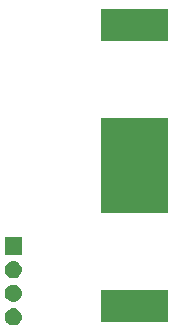
<source format=gbr>
G04 #@! TF.GenerationSoftware,KiCad,Pcbnew,(5.0.2)-1*
G04 #@! TF.CreationDate,2019-03-05T15:04:32-05:00*
G04 #@! TF.ProjectId,BlueNRG-SPBTLE-1S ACM,426c7565-4e52-4472-9d53-5042544c452d,rev?*
G04 #@! TF.SameCoordinates,Original*
G04 #@! TF.FileFunction,Soldermask,Bot*
G04 #@! TF.FilePolarity,Negative*
%FSLAX46Y46*%
G04 Gerber Fmt 4.6, Leading zero omitted, Abs format (unit mm)*
G04 Created by KiCad (PCBNEW (5.0.2)-1) date 3/5/2019 3:04:32 PM*
%MOMM*%
%LPD*%
G01*
G04 APERTURE LIST*
%ADD10C,0.100000*%
G04 APERTURE END LIST*
D10*
G36*
X139964283Y-94442702D02*
X140101095Y-94484204D01*
X140227184Y-94551599D01*
X140337701Y-94642299D01*
X140428401Y-94752816D01*
X140495796Y-94878905D01*
X140537298Y-95015717D01*
X140551311Y-95158000D01*
X140537298Y-95300283D01*
X140495796Y-95437095D01*
X140428401Y-95563184D01*
X140337701Y-95673701D01*
X140227184Y-95764401D01*
X140101095Y-95831796D01*
X139964283Y-95873298D01*
X139857650Y-95883800D01*
X139786350Y-95883800D01*
X139679717Y-95873298D01*
X139542905Y-95831796D01*
X139416816Y-95764401D01*
X139306299Y-95673701D01*
X139215599Y-95563184D01*
X139148204Y-95437095D01*
X139106702Y-95300283D01*
X139092689Y-95158000D01*
X139106702Y-95015717D01*
X139148204Y-94878905D01*
X139215599Y-94752816D01*
X139306299Y-94642299D01*
X139416816Y-94551599D01*
X139542905Y-94484204D01*
X139679717Y-94442702D01*
X139786350Y-94432200D01*
X139857650Y-94432200D01*
X139964283Y-94442702D01*
X139964283Y-94442702D01*
G37*
G36*
X152944800Y-95584800D02*
X147283200Y-95584800D01*
X147283200Y-92883200D01*
X152944800Y-92883200D01*
X152944800Y-95584800D01*
X152944800Y-95584800D01*
G37*
G36*
X139964283Y-92442702D02*
X140101095Y-92484204D01*
X140227184Y-92551599D01*
X140337701Y-92642299D01*
X140428401Y-92752816D01*
X140495796Y-92878905D01*
X140537298Y-93015717D01*
X140551311Y-93158000D01*
X140537298Y-93300283D01*
X140495796Y-93437095D01*
X140428401Y-93563184D01*
X140337701Y-93673701D01*
X140227184Y-93764401D01*
X140101095Y-93831796D01*
X139964283Y-93873298D01*
X139857650Y-93883800D01*
X139786350Y-93883800D01*
X139679717Y-93873298D01*
X139542905Y-93831796D01*
X139416816Y-93764401D01*
X139306299Y-93673701D01*
X139215599Y-93563184D01*
X139148204Y-93437095D01*
X139106702Y-93300283D01*
X139092689Y-93158000D01*
X139106702Y-93015717D01*
X139148204Y-92878905D01*
X139215599Y-92752816D01*
X139306299Y-92642299D01*
X139416816Y-92551599D01*
X139542905Y-92484204D01*
X139679717Y-92442702D01*
X139786350Y-92432200D01*
X139857650Y-92432200D01*
X139964283Y-92442702D01*
X139964283Y-92442702D01*
G37*
G36*
X139964283Y-90442702D02*
X140101095Y-90484204D01*
X140227184Y-90551599D01*
X140337701Y-90642299D01*
X140428401Y-90752816D01*
X140495796Y-90878905D01*
X140537298Y-91015717D01*
X140551311Y-91158000D01*
X140537298Y-91300283D01*
X140495796Y-91437095D01*
X140428401Y-91563184D01*
X140337701Y-91673701D01*
X140227184Y-91764401D01*
X140101095Y-91831796D01*
X139964283Y-91873298D01*
X139857650Y-91883800D01*
X139786350Y-91883800D01*
X139679717Y-91873298D01*
X139542905Y-91831796D01*
X139416816Y-91764401D01*
X139306299Y-91673701D01*
X139215599Y-91563184D01*
X139148204Y-91437095D01*
X139106702Y-91300283D01*
X139092689Y-91158000D01*
X139106702Y-91015717D01*
X139148204Y-90878905D01*
X139215599Y-90752816D01*
X139306299Y-90642299D01*
X139416816Y-90551599D01*
X139542905Y-90484204D01*
X139679717Y-90442702D01*
X139786350Y-90432200D01*
X139857650Y-90432200D01*
X139964283Y-90442702D01*
X139964283Y-90442702D01*
G37*
G36*
X140547800Y-89883800D02*
X139096200Y-89883800D01*
X139096200Y-88432200D01*
X140547800Y-88432200D01*
X140547800Y-89883800D01*
X140547800Y-89883800D01*
G37*
G36*
X152944800Y-86379800D02*
X147283200Y-86379800D01*
X147283200Y-78278200D01*
X152944800Y-78278200D01*
X152944800Y-86379800D01*
X152944800Y-86379800D01*
G37*
G36*
X152944800Y-71774800D02*
X147283200Y-71774800D01*
X147283200Y-69073200D01*
X152944800Y-69073200D01*
X152944800Y-71774800D01*
X152944800Y-71774800D01*
G37*
M02*

</source>
